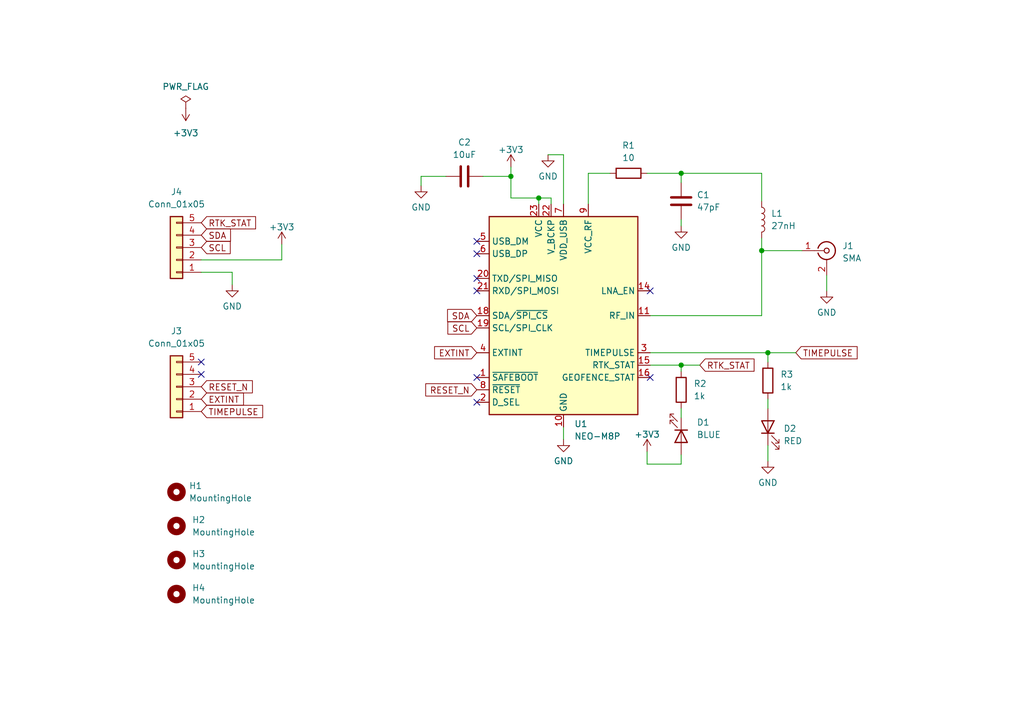
<source format=kicad_sch>
(kicad_sch (version 20230121) (generator eeschema)
  (paper "A5")
  (title_block (title "ublox NEO-M8P"))
  (lib_symbols
    (symbol "Connector:Conn_Coaxial" (pin_names (offset 1.016) hide)
      (property "Reference" "J" (at 0.254 3.048 0))
      (property "Value" "Conn_Coaxial" (at 2.921 0 90))
      (symbol "Conn_Coaxial_0_1"
        (arc (start -1.778 -0.508) (mid 0.2311 -1.8066) (end 1.778 0) (stroke (width 0.254)))
        (polyline (pts (xy -2.54 0) (xy -0.508 0)))
        (polyline (pts (xy 0 -2.54) (xy 0 -1.778)))
        (circle (center 0 0) (radius 0.508) (stroke (width 0.2032)))
        (arc (start 1.778 0) (mid 0.2099 1.8101) (end -1.778 0.508) (stroke (width 0.254)))
      )
      (symbol "Conn_Coaxial_1_1"
        (pin passive line (at -5.08 0 0) (length 2.54) (name "In") (number "1"))
        (pin passive line (at 0 -5.08 90) (length 2.54) (name "Ext") (number "2"))
      )
    )
    (symbol "Connector_Generic:Conn_01x05" (pin_names (offset 1.016) hide)
      (property "Reference" "J" (at 0 7.62 0))
      (property "Value" "Conn_01x05" (at 0 -7.62 0))
      (symbol "Conn_01x05_1_1"
        (rectangle (start -1.27 -4.953) (end 0 -5.207) (stroke (width 0.1524)))
        (rectangle (start -1.27 -2.413) (end 0 -2.667) (stroke (width 0.1524)))
        (rectangle (start -1.27 0.127) (end 0 -0.127) (stroke (width 0.1524)))
        (rectangle (start -1.27 2.667) (end 0 2.413) (stroke (width 0.1524)))
        (rectangle (start -1.27 5.207) (end 0 4.953) (stroke (width 0.1524)))
        (rectangle (start -1.27 6.35) (end 1.27 -6.35) (stroke (width 0.254)) (fill (type background)))
        (pin passive line (at -5.08 5.08 0) (length 3.81) (name "Pin_1") (number "1"))
        (pin passive line (at -5.08 2.54 0) (length 3.81) (name "Pin_2") (number "2"))
        (pin passive line (at -5.08 0 0) (length 3.81) (name "Pin_3") (number "3"))
        (pin passive line (at -5.08 -2.54 0) (length 3.81) (name "Pin_4") (number "4"))
        (pin passive line (at -5.08 -5.08 0) (length 3.81) (name "Pin_5") (number "5"))
      )
    )
    (symbol "Device:C" (pin_numbers hide) (pin_names (offset 0.254))
      (property "Reference" "C" (at 0.635 2.54 0))
      (property "Value" "C" (at 0.635 -2.54 0))
      (symbol "C_0_1"
        (polyline (pts (xy -2.032 -0.762) (xy 2.032 -0.762)) (stroke (width 0.508)))
        (polyline (pts (xy -2.032 0.762) (xy 2.032 0.762)) (stroke (width 0.508)))
      )
      (symbol "C_1_1"
        (pin passive line (at 0 3.81 270) (length 2.794) (name "~") (number "1"))
        (pin passive line (at 0 -3.81 90) (length 2.794) (name "~") (number "2"))
      )
    )
    (symbol "Device:L" (pin_numbers hide) (pin_names (offset 1.016) hide)
      (property "Reference" "L" (at -1.27 0 90))
      (property "Value" "L" (at 1.905 0 90))
      (symbol "L_0_1"
        (arc (start 0 -2.54) (mid 0.6323 -1.905) (end 0 -1.27))
        (arc (start 0 -1.27) (mid 0.6323 -0.635) (end 0 0))
        (arc (start 0 0) (mid 0.6323 0.635) (end 0 1.27))
        (arc (start 0 1.27) (mid 0.6323 1.905) (end 0 2.54))
      )
      (symbol "L_1_1"
        (pin passive line (at 0 3.81 270) (length 1.27) (name "1") (number "1"))
        (pin passive line (at 0 -3.81 90) (length 1.27) (name "2") (number "2"))
      )
    )
    (symbol "Device:LED" (pin_numbers hide) (pin_names (offset 1.016) hide)
      (property "Reference" "D" (at 0 2.54 0))
      (property "Value" "LED" (at 0 -2.54 0))
      (symbol "LED_0_1"
        (polyline (pts (xy -1.27 -1.27) (xy -1.27 1.27)) (stroke (width 0.254)))
        (polyline (pts (xy -1.27 0) (xy 1.27 0)))
        (polyline (pts (xy 1.27 -1.27) (xy 1.27 1.27) (xy -1.27 0) (xy 1.27 -1.27)) (stroke (width 0.254)))
        (polyline (pts (xy -3.048 -0.762) (xy -4.572 -2.286) (xy -3.81 -2.286) (xy -4.572 -2.286) (xy -4.572 -1.524)))
        (polyline (pts (xy -1.778 -0.762) (xy -3.302 -2.286) (xy -2.54 -2.286) (xy -3.302 -2.286) (xy -3.302 -1.524)))
      )
      (symbol "LED_1_1"
        (pin passive line (at -3.81 0 0) (length 2.54) (name "K") (number "1"))
        (pin passive line (at 3.81 0 180) (length 2.54) (name "A") (number "2"))
      )
    )
    (symbol "Device:R" (pin_numbers hide) (pin_names (offset 0))
      (property "Reference" "R" (at 2.032 0 90))
      (property "Value" "R" (at 0 0 90))
      (symbol "R_0_1"
        (rectangle (start -1.016 -2.54) (end 1.016 2.54) (stroke (width 0.254)))
      )
      (symbol "R_1_1"
        (pin passive line (at 0 3.81 270) (length 1.27) (name "~") (number "1"))
        (pin passive line (at 0 -3.81 90) (length 1.27) (name "~") (number "2"))
      )
    )
    (symbol "Mechanical:MountingHole" (pin_names (offset 1.016))
      (property "Reference" "H" (at 0 5.08 0))
      (property "Value" "MountingHole" (at 0 3.175 0))
      (symbol "MountingHole_0_1"
        (circle (center 0 0) (radius 1.27) (stroke (width 1.27)))
      )
    )
    (symbol "RF_GPS:NEO-M8P"
      (property "Reference" "U" (at -13.97 21.59 0))
      (property "Value" "NEO-M8P" (at 11.43 21.59 0))
      (symbol "NEO-M8P_0_1"
        (rectangle (start -15.24 20.32) (end 15.24 -20.32) (stroke (width 0.254)) (fill (type background)))
      )
      (symbol "NEO-M8P_1_1"
        (pin input line (at -17.78 -12.7 0) (length 2.54) (name "~{SAFEBOOT}") (number "1"))
        (pin power_in line (at 0 -22.86 90) (length 2.54) (name "GND") (number "10"))
        (pin input line (at 17.78 0 180) (length 2.54) (name "RF_IN") (number "11"))
        (pin passive line (at 0 -22.86 90) (length 2.54) hide (name "GND") (number "12"))
        (pin passive line (at 0 -22.86 90) (length 2.54) hide (name "GND") (number "13"))
        (pin output line (at 17.78 5.08 180) (length 2.54) (name "LNA_EN") (number "14"))
        (pin output line (at 17.78 -10.16 180) (length 2.54) (name "RTK_STAT") (number "15"))
        (pin output line (at 17.78 -12.7 180) (length 2.54) (name "GEOFENCE_STAT") (number "16"))
        (pin no_connect line (at 15.24 -17.78 180) (length 2.54) hide (name "RESERVED") (number "17"))
        (pin bidirectional line (at -17.78 0 0) (length 2.54) (name "SDA/~{SPI_CS}") (number "18"))
        (pin input line (at -17.78 -2.54 0) (length 2.54) (name "SCL/SPI_CLK") (number "19"))
        (pin input line (at -17.78 -17.78 0) (length 2.54) (name "D_SEL") (number "2"))
        (pin output line (at -17.78 7.62 0) (length 2.54) (name "TXD/SPI_MISO") (number "20"))
        (pin input line (at -17.78 5.08 0) (length 2.54) (name "RXD/SPI_MOSI") (number "21"))
        (pin power_in line (at -2.54 22.86 270) (length 2.54) (name "V_BCKP") (number "22"))
        (pin power_in line (at -5.08 22.86 270) (length 2.54) (name "VCC") (number "23"))
        (pin passive line (at 0 -22.86 90) (length 2.54) hide (name "GND") (number "24"))
        (pin output line (at 17.78 -7.62 180) (length 2.54) (name "TIMEPULSE") (number "3"))
        (pin input line (at -17.78 -7.62 0) (length 2.54) (name "EXTINT") (number "4"))
        (pin bidirectional line (at -17.78 15.24 0) (length 2.54) (name "USB_DM") (number "5"))
        (pin bidirectional line (at -17.78 12.7 0) (length 2.54) (name "USB_DP") (number "6"))
        (pin power_in line (at 0 22.86 270) (length 2.54) (name "VDD_USB") (number "7"))
        (pin input line (at -17.78 -15.24 0) (length 2.54) (name "~{RESET}") (number "8"))
        (pin power_out line (at 5.08 22.86 270) (length 2.54) (name "VCC_RF") (number "9"))
      )
    )
    (symbol "power:+3V3" (power) (pin_names (offset 0))
      (property "Value" "+3V3" (at 0 3.556 0))
      (symbol "+3V3_0_1"
        (polyline (pts (xy -0.762 1.27) (xy 0 2.54)))
        (polyline (pts (xy 0 0) (xy 0 2.54)))
        (polyline (pts (xy 0 2.54) (xy 0.762 1.27)))
      )
      (symbol "+3V3_1_1"
        (pin power_in line (at 0 0 90) (length 0) hide (name "+3V3") (number "1"))
      )
    )
    (symbol "power:GND" (power) (pin_names (offset 0))
      (property "Value" "GND" (at 0 -3.81 0))
      (symbol "GND_0_1"
        (polyline (pts (xy 0 0) (xy 0 -1.27) (xy 1.27 -1.27) (xy 0 -2.54) (xy -1.27 -1.27) (xy 0 -1.27)))
      )
      (symbol "GND_1_1"
        (pin power_in line (at 0 0 270) (length 0) hide (name "GND") (number "1"))
      )
    )
    (symbol "power:PWR_FLAG" (power) (pin_numbers hide) (pin_names (offset 0) hide)
      (property "Value" "PWR_FLAG" (at 0 3.81 0))
      (symbol "PWR_FLAG_0_0"
        (pin power_out line (at 0 0 90) (length 0) (name "pwr") (number "1"))
      )
      (symbol "PWR_FLAG_0_1"
        (polyline (pts (xy 0 0) (xy 0 1.27) (xy -1.016 1.905) (xy 0 2.54) (xy 1.016 1.905) (xy 0 1.27)))
      )
    )
  )
  (junction (at 104.775 36.195))
  (junction (at 110.49 40.64))
  (junction (at 156.21 51.435))
  (junction (at 157.48 72.39))
  (junction (at 139.7 74.93))
  (junction (at 139.7 35.56))
  (no_connect (at 97.79 59.69))
  (no_connect (at 97.79 77.47))
  (no_connect (at 133.35 59.69))
  (no_connect (at 97.79 49.53))
  (no_connect (at 41.275 74.295))
  (no_connect (at 97.79 57.15))
  (no_connect (at 133.35 77.47))
  (no_connect (at 97.79 82.55))
  (no_connect (at 97.79 52.07))
  (no_connect (at 41.275 76.835))
  (wire (pts (xy 99.06 36.195) (xy 104.775 36.195)))
  (wire (pts (xy 115.57 31.75) (xy 112.395 31.75)))
  (wire (pts (xy 139.7 35.56) (xy 139.7 37.465)))
  (wire (pts (xy 139.7 95.25) (xy 139.7 93.345)))
  (wire (pts (xy 133.35 64.77) (xy 156.21 64.77)))
  (wire (pts (xy 57.785 53.34) (xy 57.785 50.165)))
  (wire (pts (xy 169.545 59.69) (xy 169.545 56.515)))
  (wire (pts (xy 143.51 74.93) (xy 139.7 74.93)))
  (wire (pts (xy 156.21 35.56) (xy 139.7 35.56)))
  (wire (pts (xy 157.48 72.39) (xy 163.195 72.39)))
  (wire (pts (xy 132.715 95.25) (xy 139.7 95.25)))
  (wire (pts (xy 157.48 91.44) (xy 157.48 94.615)))
  (wire (pts (xy 47.625 55.88) (xy 41.275 55.88)))
  (wire (pts (xy 156.21 51.435) (xy 156.21 48.895)))
  (wire (pts (xy 115.57 90.17) (xy 115.57 87.63)))
  (wire (pts (xy 133.35 72.39) (xy 157.48 72.39)))
  (wire (pts (xy 156.21 51.435) (xy 156.21 64.77)))
  (wire (pts (xy 120.65 35.56) (xy 120.65 41.91)))
  (wire (pts (xy 139.7 83.82) (xy 139.7 85.725)))
  (wire (pts (xy 132.715 92.71) (xy 132.715 95.25)))
  (wire (pts (xy 115.57 41.91) (xy 115.57 31.75)))
  (wire (pts (xy 104.775 34.29) (xy 104.775 36.195)))
  (wire (pts (xy 113.03 40.64) (xy 113.03 41.91)))
  (wire (pts (xy 91.44 36.195) (xy 86.36 36.195)))
  (wire (pts (xy 156.21 51.435) (xy 164.465 51.435)))
  (wire (pts (xy 104.775 40.64) (xy 110.49 40.64)))
  (wire (pts (xy 110.49 40.64) (xy 110.49 41.91)))
  (wire (pts (xy 157.48 72.39) (xy 157.48 74.295)))
  (wire (pts (xy 132.715 35.56) (xy 139.7 35.56)))
  (wire (pts (xy 86.36 36.195) (xy 86.36 38.1)))
  (wire (pts (xy 157.48 81.915) (xy 157.48 83.82)))
  (wire (pts (xy 47.625 58.42) (xy 47.625 55.88)))
  (wire (pts (xy 41.275 53.34) (xy 57.785 53.34)))
  (wire (pts (xy 139.7 45.085) (xy 139.7 46.355)))
  (wire (pts (xy 104.775 36.195) (xy 104.775 40.64)))
  (wire (pts (xy 139.7 74.93) (xy 133.35 74.93)))
  (wire (pts (xy 125.095 35.56) (xy 120.65 35.56)))
  (wire (pts (xy 139.7 76.2) (xy 139.7 74.93)))
  (wire (pts (xy 156.21 41.275) (xy 156.21 35.56)))
  (wire (pts (xy 110.49 40.64) (xy 113.03 40.64)))
  (global_label "RTK_STAT" (shape input) (at 41.275 45.72 0) (property "Intersheetrefs" "${INTERSHEET_REFS}" (effects hide)))
  (global_label "RESET_N" (shape input) (at 97.79 80.01 180) (property "Intersheetrefs" "${INTERSHEET_REFS}" (effects hide)))
  (global_label "TIMEPULSE" (shape input) (at 163.195 72.39 0) (property "Intersheetrefs" "${INTERSHEET_REFS}" (effects hide)))
  (global_label "EXTINT" (shape input) (at 97.79 72.39 180) (property "Intersheetrefs" "${INTERSHEET_REFS}" (effects hide)))
  (global_label "RESET_N" (shape input) (at 41.275 79.375 0) (property "Intersheetrefs" "${INTERSHEET_REFS}" (effects hide)))
  (global_label "SCL" (shape input) (at 97.79 67.31 180) (property "Intersheetrefs" "${INTERSHEET_REFS}" (effects hide)))
  (global_label "TIMEPULSE" (shape input) (at 41.275 84.455 0) (property "Intersheetrefs" "${INTERSHEET_REFS}" (effects hide)))
  (global_label "SDA" (shape input) (at 97.79 64.77 180) (property "Intersheetrefs" "${INTERSHEET_REFS}" (effects hide)))
  (global_label "RTK_STAT" (shape input) (at 143.51 74.93 0) (property "Intersheetrefs" "${INTERSHEET_REFS}" (effects hide)))
  (global_label "EXTINT" (shape input) (at 41.275 81.915 0) (property "Intersheetrefs" "${INTERSHEET_REFS}" (effects hide)))
  (global_label "SDA" (shape input) (at 41.275 48.26 0) (property "Intersheetrefs" "${INTERSHEET_REFS}" (effects hide)))
  (global_label "SCL" (shape input) (at 41.275 50.8 0) (property "Intersheetrefs" "${INTERSHEET_REFS}" (effects hide)))
  (symbol (lib_id "power:GND") (at 112.395 31.75 0) (unit 1)
    (property "Reference" "#PWR02" (effects hide))
    (property "Value" "GND" (at 112.395 36.195 0))
  )
  (symbol (lib_id "Mechanical:MountingHole") (at 36.195 107.95 0) (unit 1)
    (property "Reference" "H2" (at 39.37 106.68 0) (effects (justify left)))
    (property "Value" "MountingHole" (at 39.37 109.22 0) (effects (justify left)))
    (property "Footprint" "MountingHole:MountingHole_3.2mm_M3" (effects hide))
  )
  (symbol (lib_id "power:GND") (at 47.625 58.42 0) (unit 1)
    (property "Reference" "#PWR06" (effects hide))
    (property "Value" "GND" (at 47.625 62.865 0))
  )
  (symbol (lib_id "Mechanical:MountingHole") (at 36.195 114.935 0) (unit 1)
    (property "Reference" "H3" (at 39.37 113.665 0) (effects (justify left)))
    (property "Value" "MountingHole" (at 39.37 116.205 0) (effects (justify left)))
    (property "Footprint" "MountingHole:MountingHole_3.2mm_M3" (effects hide))
  )
  (symbol (lib_id "power:GND") (at 86.36 38.1 0) (unit 1)
    (property "Reference" "#PWR010" (effects hide))
    (property "Value" "GND" (at 86.36 42.545 0))
  )
  (symbol (lib_id "power:+3V3") (at 104.775 34.29 0) (unit 1)
    (property "Reference" "#PWR03" (effects hide))
    (property "Value" "+3V3" (at 104.775 30.734 0))
  )
  (symbol (lib_id "Device:R") (at 157.48 78.105 0) (unit 1)
    (property "Reference" "R3" (at 160.02 76.835 0) (effects (justify left)))
    (property "Value" "1k" (at 160.02 79.375 0) (effects (justify left)))
    (property "Footprint" "Resistor_SMD:R_0805_2012Metric_Pad1.20x1.40mm_HandSolder" (effects hide))
    (property "LCSC" "C17513" (effects hide))
  )
  (symbol (lib_id "power:+3V3") (at 132.715 92.71 0) (unit 1)
    (property "Reference" "#PWR08" (effects hide))
    (property "Value" "+3V3" (at 132.715 89.154 0))
  )
  (symbol (lib_id "Mechanical:MountingHole") (at 36.195 121.92 0) (unit 1)
    (property "Reference" "H4" (at 39.37 120.65 0) (effects (justify left)))
    (property "Value" "MountingHole" (at 39.37 123.19 0) (effects (justify left)))
    (property "Footprint" "MountingHole:MountingHole_3.2mm_M3" (effects hide))
  )
  (symbol (lib_id "power:GND") (at 157.48 94.615 0) (unit 1)
    (property "Reference" "#PWR09" (effects hide))
    (property "Value" "GND" (at 157.48 99.06 0))
  )
  (symbol (lib_id "Connector_Generic:Conn_01x05") (at 36.195 79.375 180) (unit 1)
    (property "Reference" "J3" (at 36.195 67.945 0))
    (property "Value" "Conn_01x05" (at 36.195 70.485 0))
    (property "Footprint" "Connector_PinHeader_2.54mm:PinHeader_1x05_P2.54mm_Vertical" (effects hide))
  )
  (symbol (lib_id "Device:LED") (at 157.48 87.63 90) (unit 1)
    (property "Reference" "D2" (at 160.655 87.9475 90) (effects (justify right)))
    (property "Value" "RED" (at 160.655 90.4875 90) (effects (justify right)))
    (property "Footprint" "LED_SMD:LED_0805_2012Metric_Pad1.15x1.40mm_HandSolder" (effects hide))
    (property "LCSC" "C2286" (effects hide))
  )
  (symbol (lib_id "Device:C") (at 95.25 36.195 90) (unit 1)
    (property "Reference" "C2" (at 95.25 29.21 90))
    (property "Value" "10uF" (at 95.25 31.75 90))
    (property "Footprint" "Capacitor_SMD:C_0805_2012Metric_Pad1.18x1.45mm_HandSolder" (effects hide))
    (property "LCSC" "C15850" (effects hide))
    (property "OriginalVal" "4u7/10V" (effects hide))
  )
  (symbol (lib_id "Mechanical:MountingHole") (at 36.195 100.965 0) (unit 1)
    (property "Reference" "H1" (at 38.735 99.695 0) (effects (justify left)))
    (property "Value" "MountingHole" (at 38.735 102.235 0) (effects (justify left)))
    (property "Footprint" "MountingHole:MountingHole_3.2mm_M3" (effects hide))
  )
  (symbol (lib_id "power:PWR_FLAG") (at 38.1 22.225 0) (unit 1)
    (property "Reference" "#FLG02" (effects hide))
    (property "Value" "PWR_FLAG" (at 38.1 17.78 0))
  )
  (symbol (lib_id "Device:C") (at 139.7 41.275 0) (unit 1)
    (property "Reference" "C1" (at 142.875 40.005 0) (effects (justify left)))
    (property "Value" "47pF" (at 142.875 42.545 0) (effects (justify left)))
    (property "Footprint" "Capacitor_SMD:C_0805_2012Metric_Pad1.18x1.45mm_HandSolder" (effects hide))
  )
  (symbol (lib_id "Connector_Generic:Conn_01x05") (at 36.195 50.8 180) (unit 1)
    (property "Reference" "J4" (at 36.195 39.37 0))
    (property "Value" "Conn_01x05" (at 36.195 41.91 0))
    (property "Footprint" "Connector_PinHeader_2.54mm:PinHeader_1x05_P2.54mm_Vertical" (effects hide))
  )
  (symbol (lib_id "power:GND") (at 139.7 46.355 0) (unit 1)
    (property "Reference" "#PWR04" (effects hide))
    (property "Value" "GND" (at 139.7 50.8 0))
  )
  (symbol (lib_id "power:+3V3") (at 57.785 50.165 0) (unit 1)
    (property "Reference" "#PWR07" (effects hide))
    (property "Value" "+3V3" (at 57.785 46.609 0))
  )
  (symbol (lib_id "RF_GPS:NEO-M8P") (at 115.57 64.77 0) (unit 1)
    (property "Reference" "U1" (at 117.7641 86.995 0) (effects (justify left)))
    (property "Value" "NEO-M8P" (at 117.7641 89.535 0) (effects (justify left)))
    (property "Footprint" "RF_GPS:ublox_NEO" (effects hide))
    (property "Datasheet" "https://content.u-blox.com/sites/default/files/NEO-M8P_DataSheet_UBX-15016656.pdf" (effects hide))
  )
  (symbol (lib_id "Device:L") (at 156.21 45.085 0) (unit 1)
    (property "Reference" "L1" (at 158.115 43.815 0) (effects (justify left)))
    (property "Value" "27nH" (at 158.115 46.355 0) (effects (justify left)))
    (property "Footprint" "Inductor_SMD:L_0805_2012Metric_Pad1.05x1.20mm_HandSolder" (effects hide))
  )
  (symbol (lib_id "power:GND") (at 115.57 90.17 0) (unit 1)
    (property "Reference" "#PWR01" (effects hide))
    (property "Value" "GND" (at 115.57 94.615 0))
  )
  (symbol (lib_id "Device:R") (at 139.7 80.01 0) (unit 1)
    (property "Reference" "R2" (at 142.24 78.74 0) (effects (justify left)))
    (property "Value" "1k" (at 142.24 81.28 0) (effects (justify left)))
    (property "Footprint" "Resistor_SMD:R_0805_2012Metric_Pad1.20x1.40mm_HandSolder" (effects hide))
    (property "LCSC" "C17513" (effects hide))
  )
  (symbol (lib_id "power:GND") (at 169.545 59.69 0) (unit 1)
    (property "Reference" "#PWR05" (effects hide))
    (property "Value" "GND" (at 169.545 64.135 0))
  )
  (symbol (lib_id "Device:LED") (at 139.7 89.535 270) (unit 1)
    (property "Reference" "D1" (at 142.875 86.6775 90) (effects (justify left)))
    (property "Value" "BLUE" (at 142.875 89.2175 90) (effects (justify left)))
    (property "Footprint" "LED_SMD:LED_0805_2012Metric_Pad1.15x1.40mm_HandSolder" (effects hide))
    (property "LCSC" "C34499" (effects hide))
  )
  (symbol (lib_id "Device:R") (at 128.905 35.56 90) (unit 1)
    (property "Reference" "R1" (at 128.905 29.845 90))
    (property "Value" "10" (at 128.905 32.385 90))
    (property "Footprint" "Resistor_SMD:R_0805_2012Metric_Pad1.20x1.40mm_HandSolder" (effects hide))
  )
  (symbol (lib_id "power:+3V3") (at 38.1 22.225 180) (unit 1)
    (property "Reference" "#PWR012" (effects hide))
    (property "Value" "+3V3" (at 38.1 27.305 0))
  )
  (symbol (lib_id "Connector:Conn_Coaxial") (at 169.545 51.435 0) (unit 1)
    (property "Reference" "J1" (at 172.72 50.4582 0) (effects (justify left)))
    (property "Value" "SMA" (at 172.72 52.9982 0) (effects (justify left)))
    (property "Footprint" "Connector_Coaxial:SMA_Amphenol_901-143_Horizontal" (effects hide))
    (property "Datasheet" " ~" (effects hide))
  )
)
</source>
